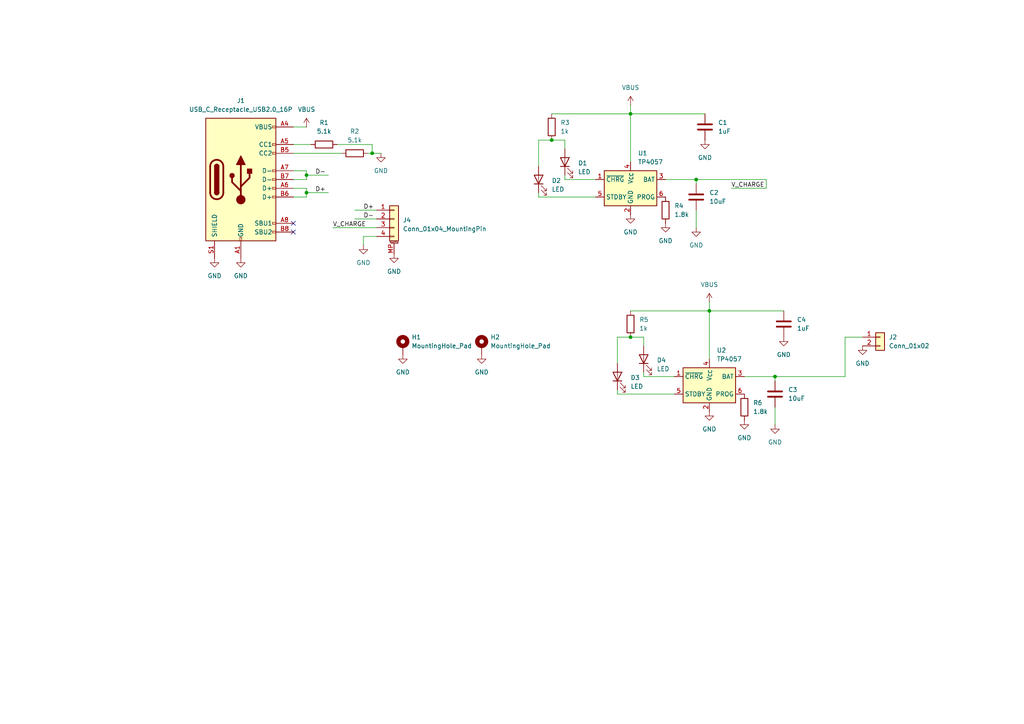
<source format=kicad_sch>
(kicad_sch (version 20250114) (generator "eeschema") (generator_version "9.0")
  (paper "A4")
  (lib_symbols
    (symbol "Battery_Management:TP4057"
      (property "Reference" "U" (at -6.35 6.604 0))
      (property "Value" "TP4057" (at 1.524 6.604 0))
      (symbol "TP4057_0_1"
        (rectangle (start -7.62 5.08) (end 7.62 -5.08) (stroke (width 0.254)) (fill (type background)))
      )
      (symbol "TP4057_1_1"
        (pin open_collector line (at -10.16 2.54 0) (length 2.54) (name "~{CHRG}") (number "1"))
        (pin open_collector line (at -10.16 -2.54 0) (length 2.54) (name "STDBY") (number "5"))
        (pin power_in line (at 0 7.62 270) (length 2.54) (name "V_{CC}") (number "4"))
        (pin power_in line (at 0 -7.62 90) (length 2.54) (name "GND") (number "2"))
        (pin power_out line (at 10.16 2.54 180) (length 2.54) (name "BAT") (number "3"))
        (pin passive line (at 10.16 -2.54 180) (length 2.54) (name "PROG") (number "6"))
      )
    )
    (symbol "Connector:USB_C_Receptacle_USB2.0_16P" (pin_names (offset 1.016))
      (property "Reference" "J" (at 0 22.225 0))
      (property "Value" "USB_C_Receptacle_USB2.0_16P" (at 0 19.685 0))
      (symbol "USB_C_Receptacle_USB2.0_16P_0_0"
        (rectangle (start -0.254 -17.78) (end 0.254 -16.764))
        (rectangle (start 10.16 15.494) (end 9.144 14.986))
        (rectangle (start 10.16 10.414) (end 9.144 9.906))
        (rectangle (start 10.16 7.874) (end 9.144 7.366))
        (rectangle (start 10.16 2.794) (end 9.144 2.286))
        (rectangle (start 10.16 0.254) (end 9.144 -0.254))
        (rectangle (start 10.16 -2.286) (end 9.144 -2.794))
        (rectangle (start 10.16 -4.826) (end 9.144 -5.334))
        (rectangle (start 10.16 -12.446) (end 9.144 -12.954))
        (rectangle (start 10.16 -14.986) (end 9.144 -15.494))
      )
      (symbol "USB_C_Receptacle_USB2.0_16P_0_1"
        (rectangle (start -10.16 17.78) (end 10.16 -17.78) (stroke (width 0.254)) (fill (type background)))
        (polyline (pts (xy -8.89 -3.81) (xy -8.89 3.81)) (stroke (width 0.508)))
        (rectangle (start -7.62 -3.81) (end -6.35 3.81) (stroke (width 0.254)) (fill (type outline)))
        (arc (start -7.62 3.81) (mid -6.985 4.4423) (end -6.35 3.81) (stroke (width 0.254)))
        (arc (start -7.62 3.81) (mid -6.985 4.4423) (end -6.35 3.81) (stroke (width 0.254)) (fill (type outline)))
        (arc (start -8.89 3.81) (mid -6.985 5.7067) (end -5.08 3.81) (stroke (width 0.508)))
        (arc (start -5.08 -3.81) (mid -6.985 -5.7067) (end -8.89 -3.81) (stroke (width 0.508)))
        (arc (start -6.35 -3.81) (mid -6.985 -4.4423) (end -7.62 -3.81) (stroke (width 0.254)))
        (arc (start -6.35 -3.81) (mid -6.985 -4.4423) (end -7.62 -3.81) (stroke (width 0.254)) (fill (type outline)))
        (polyline (pts (xy -5.08 3.81) (xy -5.08 -3.81)) (stroke (width 0.508)))
        (circle (center -2.54 1.143) (radius 0.635) (stroke (width 0.254)) (fill (type outline)))
        (polyline (pts (xy -1.27 4.318) (xy 0 6.858) (xy 1.27 4.318) (xy -1.27 4.318)) (stroke (width 0.254)) (fill (type outline)))
        (polyline (pts (xy 0 -2.032) (xy 2.54 0.508) (xy 2.54 1.778)) (stroke (width 0.508)))
        (polyline (pts (xy 0 -3.302) (xy -2.54 -0.762) (xy -2.54 0.508)) (stroke (width 0.508)))
        (polyline (pts (xy 0 -5.842) (xy 0 4.318)) (stroke (width 0.508)))
        (circle (center 0 -5.842) (radius 1.27) (fill (type outline)))
        (rectangle (start 1.905 1.778) (end 3.175 3.048) (stroke (width 0.254)) (fill (type outline)))
      )
      (symbol "USB_C_Receptacle_USB2.0_16P_1_1"
        (pin passive line (at -7.62 -22.86 90) (length 5.08) (name "SHIELD") (number "S1"))
        (pin passive line (at 0 -22.86 90) (length 5.08) (name "GND") (number "A1"))
        (pin passive line (at 0 -22.86 90) (length 5.08) (hide yes) (name "GND") (number "A12"))
        (pin passive line (at 0 -22.86 90) (length 5.08) (hide yes) (name "GND") (number "B1"))
        (pin passive line (at 0 -22.86 90) (length 5.08) (hide yes) (name "GND") (number "B12"))
        (pin passive line (at 15.24 15.24 180) (length 5.08) (name "VBUS") (number "A4"))
        (pin passive line (at 15.24 15.24 180) (length 5.08) (hide yes) (name "VBUS") (number "A9"))
        (pin passive line (at 15.24 15.24 180) (length 5.08) (hide yes) (name "VBUS") (number "B4"))
        (pin passive line (at 15.24 15.24 180) (length 5.08) (hide yes) (name "VBUS") (number "B9"))
        (pin bidirectional line (at 15.24 10.16 180) (length 5.08) (name "CC1") (number "A5"))
        (pin bidirectional line (at 15.24 7.62 180) (length 5.08) (name "CC2") (number "B5"))
        (pin bidirectional line (at 15.24 2.54 180) (length 5.08) (name "D-") (number "A7"))
        (pin bidirectional line (at 15.24 0 180) (length 5.08) (name "D-") (number "B7"))
        (pin bidirectional line (at 15.24 -2.54 180) (length 5.08) (name "D+") (number "A6"))
        (pin bidirectional line (at 15.24 -5.08 180) (length 5.08) (name "D+") (number "B6"))
        (pin bidirectional line (at 15.24 -12.7 180) (length 5.08) (name "SBU1") (number "A8"))
        (pin bidirectional line (at 15.24 -15.24 180) (length 5.08) (name "SBU2") (number "B8"))
      )
    )
    (symbol "Connector_Generic:Conn_01x02" (pin_names (offset 1.016) (hide yes))
      (property "Reference" "J" (at 0 2.54 0))
      (property "Value" "Conn_01x02" (at 0 -5.08 0))
      (symbol "Conn_01x02_1_1"
        (rectangle (start -1.27 1.27) (end 1.27 -3.81) (stroke (width 0.254)) (fill (type background)))
        (rectangle (start -1.27 0.127) (end 0 -0.127) (stroke (width 0.1524)))
        (rectangle (start -1.27 -2.413) (end 0 -2.667) (stroke (width 0.1524)))
        (pin passive line (at -5.08 0 0) (length 3.81) (name "Pin_1") (number "1"))
        (pin passive line (at -5.08 -2.54 0) (length 3.81) (name "Pin_2") (number "2"))
      )
    )
    (symbol "Connector_Generic_MountingPin:Conn_01x04_MountingPin" (pin_names (offset 1.016) (hide yes))
      (property "Reference" "J" (at 0 5.08 0))
      (property "Value" "Conn_01x04_MountingPin" (at 1.27 -7.62 0))
      (symbol "Conn_01x04_MountingPin_1_1"
        (rectangle (start -1.27 3.81) (end 1.27 -6.35) (stroke (width 0.254)) (fill (type background)))
        (rectangle (start -1.27 2.667) (end 0 2.413) (stroke (width 0.1524)))
        (rectangle (start -1.27 0.127) (end 0 -0.127) (stroke (width 0.1524)))
        (rectangle (start -1.27 -2.413) (end 0 -2.667) (stroke (width 0.1524)))
        (rectangle (start -1.27 -4.953) (end 0 -5.207) (stroke (width 0.1524)))
        (polyline (pts (xy -1.016 -7.112) (xy 1.016 -7.112)) (stroke (width 0.1524)))
        (text "Mounting" (at 0 -6.731 0) (effects (font (size 0.381 0.381))))
        (pin passive line (at -5.08 2.54 0) (length 3.81) (name "Pin_1") (number "1"))
        (pin passive line (at -5.08 0 0) (length 3.81) (name "Pin_2") (number "2"))
        (pin passive line (at -5.08 -2.54 0) (length 3.81) (name "Pin_3") (number "3"))
        (pin passive line (at -5.08 -5.08 0) (length 3.81) (name "Pin_4") (number "4"))
        (pin passive line (at 0 -10.16 90) (length 3.048) (name "MountPin") (number "MP"))
      )
    )
    (symbol "Device:C" (pin_numbers (hide yes)) (pin_names (offset 0.254))
      (property "Reference" "C" (at 0.635 2.54 0))
      (property "Value" "C" (at 0.635 -2.54 0))
      (symbol "C_0_1"
        (polyline (pts (xy -2.032 0.762) (xy 2.032 0.762)) (stroke (width 0.508)))
        (polyline (pts (xy -2.032 -0.762) (xy 2.032 -0.762)) (stroke (width 0.508)))
      )
      (symbol "C_1_1"
        (pin passive line (at 0 3.81 270) (length 2.794) (name "~") (number "1"))
        (pin passive line (at 0 -3.81 90) (length 2.794) (name "~") (number "2"))
      )
    )
    (symbol "Device:LED" (pin_numbers (hide yes)) (pin_names (offset 1.016) (hide yes))
      (property "Reference" "D" (at 0 2.54 0))
      (property "Value" "LED" (at 0 -2.54 0))
      (symbol "LED_0_1"
        (polyline (pts (xy -3.048 -0.762) (xy -4.572 -2.286) (xy -3.81 -2.286) (xy -4.572 -2.286) (xy -4.572 -1.524)))
        (polyline (pts (xy -1.778 -0.762) (xy -3.302 -2.286) (xy -2.54 -2.286) (xy -3.302 -2.286) (xy -3.302 -1.524)))
        (polyline (pts (xy -1.27 0) (xy 1.27 0)))
        (polyline (pts (xy -1.27 -1.27) (xy -1.27 1.27)) (stroke (width 0.254)))
        (polyline (pts (xy 1.27 -1.27) (xy 1.27 1.27) (xy -1.27 0) (xy 1.27 -1.27)) (stroke (width 0.254)))
      )
      (symbol "LED_1_1"
        (pin passive line (at -3.81 0 0) (length 2.54) (name "K") (number "1"))
        (pin passive line (at 3.81 0 180) (length 2.54) (name "A") (number "2"))
      )
    )
    (symbol "Device:R" (pin_numbers (hide yes)) (pin_names (offset 0))
      (property "Reference" "R" (at 2.032 0 90))
      (property "Value" "R" (at 0 0 90))
      (symbol "R_0_1"
        (rectangle (start -1.016 -2.54) (end 1.016 2.54) (stroke (width 0.254)))
      )
      (symbol "R_1_1"
        (pin passive line (at 0 3.81 270) (length 1.27) (name "~") (number "1"))
        (pin passive line (at 0 -3.81 90) (length 1.27) (name "~") (number "2"))
      )
    )
    (symbol "Mechanical:MountingHole_Pad" (pin_numbers (hide yes)) (pin_names (offset 1.016) (hide yes)) (in_bom no)
      (property "Reference" "H" (at 0 6.35 0))
      (property "Value" "MountingHole_Pad" (at 0 4.445 0))
      (symbol "MountingHole_Pad_0_1"
        (circle (center 0 1.27) (radius 1.27) (stroke (width 1.27)))
      )
      (symbol "MountingHole_Pad_1_1"
        (pin input line (at 0 -2.54 90) (length 2.54) (name "1") (number "1"))
      )
    )
    (symbol "power:GND" (power) (pin_numbers (hide yes)) (pin_names (offset 0) (hide yes))
      (property "Value" "GND" (at 0 -3.81 0))
      (symbol "GND_0_1"
        (polyline (pts (xy 0 0) (xy 0 -1.27) (xy 1.27 -1.27) (xy 0 -2.54) (xy -1.27 -1.27) (xy 0 -1.27)))
      )
      (symbol "GND_1_1"
        (pin power_in line (at 0 0 270) (length 0) (name "~") (number "1"))
      )
    )
    (symbol "power:VBUS" (power) (pin_numbers (hide yes)) (pin_names (offset 0) (hide yes))
      (property "Value" "VBUS" (at 0 3.556 0))
      (symbol "VBUS_0_1"
        (polyline (pts (xy -0.762 1.27) (xy 0 2.54)))
        (polyline (pts (xy 0 2.54) (xy 0.762 1.27)))
        (polyline (pts (xy 0 0) (xy 0 2.54)))
      )
      (symbol "VBUS_1_1"
        (pin power_in line (at 0 0 90) (length 0) (name "~") (number "1"))
      )
    )
  )
  (junction (at 205.74 90.17))
  (junction (at 88.9 55.88))
  (junction (at 88.9 50.8))
  (junction (at 182.88 97.79))
  (junction (at 107.95 44.45))
  (junction (at 182.88 33.02))
  (junction (at 224.79 109.22))
  (junction (at 201.93 52.07))
  (junction (at 160.02 40.64))
  (no_connect (at 85.09 64.77))
  (no_connect (at 85.09 67.31))
  (wire (pts (xy 156.21 57.15) (xy 156.21 55.88)))
  (wire (pts (xy 205.74 104.14) (xy 205.74 90.17)))
  (wire (pts (xy 182.88 97.79) (xy 186.69 97.79)))
  (wire (pts (xy 88.9 55.88) (xy 88.9 57.15)))
  (wire (pts (xy 172.72 52.07) (xy 163.83 52.07)))
  (wire (pts (xy 88.9 57.15) (xy 85.09 57.15)))
  (wire (pts (xy 201.93 52.07) (xy 222.25 52.07)))
  (wire (pts (xy 163.83 52.07) (xy 163.83 50.8)))
  (wire (pts (xy 179.07 114.3) (xy 179.07 113.03)))
  (wire (pts (xy 156.21 48.26) (xy 156.21 40.64)))
  (wire (pts (xy 201.93 52.07) (xy 201.93 53.34)))
  (wire (pts (xy 163.83 43.18) (xy 163.83 40.64)))
  (wire (pts (xy 88.9 52.07) (xy 85.09 52.07)))
  (wire (pts (xy 186.69 109.22) (xy 186.69 107.95)))
  (wire (pts (xy 96.52 66.04) (xy 109.22 66.04)))
  (wire (pts (xy 250.19 97.79) (xy 245.11 97.79)))
  (wire (pts (xy 88.9 50.8) (xy 88.9 52.07)))
  (wire (pts (xy 107.95 44.45) (xy 110.49 44.45)))
  (wire (pts (xy 224.79 109.22) (xy 224.79 110.49)))
  (wire (pts (xy 156.21 40.64) (xy 160.02 40.64)))
  (wire (pts (xy 160.02 33.02) (xy 182.88 33.02)))
  (wire (pts (xy 107.95 41.91) (xy 107.95 44.45)))
  (wire (pts (xy 182.88 33.02) (xy 204.47 33.02)))
  (wire (pts (xy 224.79 109.22) (xy 245.11 109.22)))
  (wire (pts (xy 85.09 49.53) (xy 88.9 49.53)))
  (wire (pts (xy 179.07 105.41) (xy 179.07 97.79)))
  (wire (pts (xy 109.22 68.58) (xy 105.41 68.58)))
  (wire (pts (xy 85.09 36.83) (xy 88.9 36.83)))
  (wire (pts (xy 182.88 46.99) (xy 182.88 33.02)))
  (wire (pts (xy 106.68 44.45) (xy 107.95 44.45)))
  (wire (pts (xy 156.21 57.15) (xy 172.72 57.15)))
  (wire (pts (xy 222.25 52.07) (xy 222.25 54.61)))
  (wire (pts (xy 179.07 97.79) (xy 182.88 97.79)))
  (wire (pts (xy 201.93 66.04) (xy 201.93 60.96)))
  (wire (pts (xy 182.88 90.17) (xy 205.74 90.17)))
  (wire (pts (xy 215.9 109.22) (xy 224.79 109.22)))
  (wire (pts (xy 224.79 123.19) (xy 224.79 118.11)))
  (wire (pts (xy 212.09 54.61) (xy 222.25 54.61)))
  (wire (pts (xy 205.74 90.17) (xy 227.33 90.17)))
  (wire (pts (xy 186.69 100.33) (xy 186.69 97.79)))
  (wire (pts (xy 85.09 54.61) (xy 88.9 54.61)))
  (wire (pts (xy 193.04 52.07) (xy 201.93 52.07)))
  (wire (pts (xy 160.02 40.64) (xy 163.83 40.64)))
  (wire (pts (xy 205.74 87.63) (xy 205.74 90.17)))
  (wire (pts (xy 102.87 63.5) (xy 109.22 63.5)))
  (wire (pts (xy 88.9 54.61) (xy 88.9 55.88)))
  (wire (pts (xy 179.07 114.3) (xy 195.58 114.3)))
  (wire (pts (xy 88.9 49.53) (xy 88.9 50.8)))
  (wire (pts (xy 88.9 50.8) (xy 95.25 50.8)))
  (wire (pts (xy 88.9 55.88) (xy 95.25 55.88)))
  (wire (pts (xy 195.58 109.22) (xy 186.69 109.22)))
  (wire (pts (xy 85.09 44.45) (xy 99.06 44.45)))
  (wire (pts (xy 182.88 30.48) (xy 182.88 33.02)))
  (wire (pts (xy 85.09 41.91) (xy 90.17 41.91)))
  (wire (pts (xy 97.79 41.91) (xy 107.95 41.91)))
  (wire (pts (xy 245.11 97.79) (xy 245.11 109.22)))
  (wire (pts (xy 102.87 60.96) (xy 109.22 60.96)))
  (wire (pts (xy 105.41 68.58) (xy 105.41 71.12)))
  (label "D-" (at 91.44 50.8 0))
  (label "V_CHARGE" (at 212.09 54.61 0))
  (label "D-" (at 105.41 63.5 0))
  (label "D+" (at 91.44 55.88 0))
  (label "V_CHARGE" (at 96.52 66.04 0))
  (label "D+" (at 105.41 60.96 0))
  (symbol (lib_id "power:GND") (at 227.33 97.79 0) (unit 1)
    (property "Reference" "#PWR018" (effects (hide yes)))
    (property "Value" "GND" (at 227.33 102.87 0))
    (property "Description" "Power symbol creates a global label with name \"GND\" , ground" (effects (hide yes)))
  )
  (symbol (lib_id "Device:LED") (at 163.83 46.99 90) (unit 1)
    (property "Reference" "D1" (at 167.64 47.3074 90) (effects (justify right)))
    (property "Value" "LED" (at 167.64 49.8474 90) (effects (justify right)))
    (property "Footprint" "LED_SMD:LED_0603_1608Metric" (effects (hide yes)))
    (property "Description" "Light emitting diode" (effects (hide yes)))
    (property "Sim.Pins" "1=K 2=A" (effects (hide yes)))
  )
  (symbol (lib_id "power:GND") (at 114.3 73.66 0) (unit 1)
    (property "Reference" "#PWR05" (effects (hide yes)))
    (property "Value" "GND" (at 114.3 78.74 0))
    (property "Description" "Power symbol creates a global label with name \"GND\" , ground" (effects (hide yes)))
  )
  (symbol (lib_id "power:GND") (at 201.93 66.04 0) (unit 1)
    (property "Reference" "#PWR010" (effects (hide yes)))
    (property "Value" "GND" (at 201.93 71.12 0))
    (property "Description" "Power symbol creates a global label with name \"GND\" , ground" (effects (hide yes)))
  )
  (symbol (lib_id "Connector_Generic:Conn_01x02") (at 255.27 97.79 0) (unit 1)
    (property "Reference" "J2" (at 257.81 97.7899 0) (effects (justify left)))
    (property "Value" "Conn_01x02" (at 257.81 100.3299 0) (effects (justify left)))
    (property "Footprint" "Connector_JST:JST_PH_S2B-PH-K_1x02_P2.00mm_Horizontal" (effects (hide yes)))
    (property "Description" "Generic connector, single row, 01x02, script generated (kicad-library-utils/schlib/autogen/connector/)" (effects (hide yes)))
  )
  (symbol (lib_id "Battery_Management:TP4057") (at 205.74 111.76 0) (unit 1)
    (property "Reference" "U2" (at 207.8833 101.6 0) (effects (justify left)))
    (property "Value" "TP4057" (at 207.8833 104.14 0) (effects (justify left)))
    (property "Footprint" "Package_TO_SOT_SMD:TSOT-23-6" (effects (hide yes)))
    (property "Datasheet" "http://toppwr.com/uploadfile/file/20230304/640302a47b738.pdf" (effects (hide yes)))
    (property "Description" "Constant-current/constant-voltage linear charger for single cell lithium-ion batteries with 2.9V Trickle Charge, 4.5V to 6.5V VDD, -40 to +85 degree Celsius, TSOT-23-6" (effects (hide yes)))
  )
  (symbol (lib_id "Device:C") (at 224.79 114.3 0) (unit 1)
    (property "Reference" "C3" (at 228.6 113.0299 0) (effects (justify left)))
    (property "Value" "10uF" (at 228.6 115.5699 0) (effects (justify left)))
    (property "Footprint" "Capacitor_SMD:C_0603_1608Metric" (effects (hide yes)))
    (property "Description" "Unpolarized capacitor" (effects (hide yes)))
  )
  (symbol (lib_id "Connector_Generic_MountingPin:Conn_01x04_MountingPin") (at 114.3 63.5 0) (unit 1)
    (property "Reference" "J4" (at 116.84 63.8555 0) (effects (justify left)))
    (property "Value" "Conn_01x04_MountingPin" (at 116.84 66.3955 0) (effects (justify left)))
    (property "Footprint" "Connector_JST:JST_SH_SM04B-SRSS-TB_1x04-1MP_P1.00mm_Horizontal" (effects (hide yes)))
    (property "Description" "Generic connectable mounting pin connector, single row, 01x04, script generated (kicad-library-utils/schlib/autogen/connector/)" (effects (hide yes)))
  )
  (symbol (lib_id "power:GND") (at 105.41 71.12 0) (unit 1)
    (property "Reference" "#PWR06" (effects (hide yes)))
    (property "Value" "GND" (at 105.41 76.2 0))
    (property "Description" "Power symbol creates a global label with name \"GND\" , ground" (effects (hide yes)))
  )
  (symbol (lib_id "Device:R") (at 215.9 118.11 0) (unit 1)
    (property "Reference" "R6" (at 218.44 116.8399 0) (effects (justify left)))
    (property "Value" "1.8k" (at 218.44 119.3799 0) (effects (justify left)))
    (property "Footprint" "Resistor_SMD:R_0603_1608Metric" (effects (hide yes)))
    (property "Description" "Resistor" (effects (hide yes)))
  )
  (symbol (lib_id "Device:C") (at 201.93 57.15 0) (unit 1)
    (property "Reference" "C2" (at 205.74 55.8799 0) (effects (justify left)))
    (property "Value" "10uF" (at 205.74 58.4199 0) (effects (justify left)))
    (property "Footprint" "Capacitor_SMD:C_0603_1608Metric" (effects (hide yes)))
    (property "Description" "Unpolarized capacitor" (effects (hide yes)))
  )
  (symbol (lib_id "power:GND") (at 69.85 74.93 0) (unit 1)
    (property "Reference" "#PWR02" (effects (hide yes)))
    (property "Value" "GND" (at 69.85 80.01 0))
    (property "Description" "Power symbol creates a global label with name \"GND\" , ground" (effects (hide yes)))
  )
  (symbol (lib_id "power:GND") (at 116.84 102.87 0) (unit 1)
    (property "Reference" "#PWR016" (effects (hide yes)))
    (property "Value" "GND" (at 116.84 107.95 0))
    (property "Description" "Power symbol creates a global label with name \"GND\" , ground" (effects (hide yes)))
  )
  (symbol (lib_id "power:GND") (at 205.74 119.38 0) (unit 1)
    (property "Reference" "#PWR014" (effects (hide yes)))
    (property "Value" "GND" (at 205.74 124.46 0))
    (property "Description" "Power symbol creates a global label with name \"GND\" , ground" (effects (hide yes)))
  )
  (symbol (lib_id "Device:R") (at 160.02 36.83 0) (unit 1)
    (property "Reference" "R3" (at 162.56 35.5599 0) (effects (justify left)))
    (property "Value" "1k" (at 162.56 38.0999 0) (effects (justify left)))
    (property "Footprint" "Resistor_SMD:R_0603_1608Metric" (effects (hide yes)))
    (property "Description" "Resistor" (effects (hide yes)))
  )
  (symbol (lib_id "Device:C") (at 227.33 93.98 0) (unit 1)
    (property "Reference" "C4" (at 231.14 92.7099 0) (effects (justify left)))
    (property "Value" "1uF" (at 231.14 95.2499 0) (effects (justify left)))
    (property "Footprint" "Capacitor_SMD:C_0603_1608Metric" (effects (hide yes)))
    (property "Description" "Unpolarized capacitor" (effects (hide yes)))
  )
  (symbol (lib_id "Device:R") (at 93.98 41.91 90) (unit 1)
    (property "Reference" "R1" (at 93.98 35.56 90))
    (property "Value" "5.1k" (at 93.98 38.1 90))
    (property "Footprint" "Resistor_SMD:R_0402_1005Metric" (effects (hide yes)))
    (property "Description" "Resistor" (effects (hide yes)))
  )
  (symbol (lib_id "power:GND") (at 204.47 40.64 0) (unit 1)
    (property "Reference" "#PWR09" (effects (hide yes)))
    (property "Value" "GND" (at 204.47 45.72 0))
    (property "Description" "Power symbol creates a global label with name \"GND\" , ground" (effects (hide yes)))
  )
  (symbol (lib_id "power:GND") (at 224.79 123.19 0) (unit 1)
    (property "Reference" "#PWR017" (effects (hide yes)))
    (property "Value" "GND" (at 224.79 128.27 0))
    (property "Description" "Power symbol creates a global label with name \"GND\" , ground" (effects (hide yes)))
  )
  (symbol (lib_id "Device:R") (at 193.04 60.96 0) (unit 1)
    (property "Reference" "R4" (at 195.58 59.6899 0) (effects (justify left)))
    (property "Value" "1.8k" (at 195.58 62.2299 0) (effects (justify left)))
    (property "Footprint" "Resistor_SMD:R_0603_1608Metric" (effects (hide yes)))
    (property "Description" "Resistor" (effects (hide yes)))
  )
  (symbol (lib_id "power:VBUS") (at 88.9 36.83 0) (unit 1)
    (property "Reference" "#PWR01" (effects (hide yes)))
    (property "Value" "VBUS" (at 88.9 31.75 0))
    (property "Description" "Power symbol creates a global label with name \"VBUS\"" (effects (hide yes)))
  )
  (symbol (lib_id "Device:LED") (at 186.69 104.14 90) (unit 1)
    (property "Reference" "D4" (at 190.5 104.4574 90) (effects (justify right)))
    (property "Value" "LED" (at 190.5 106.9974 90) (effects (justify right)))
    (property "Footprint" "LED_SMD:LED_0603_1608Metric" (effects (hide yes)))
    (property "Description" "Light emitting diode" (effects (hide yes)))
    (property "Sim.Pins" "1=K 2=A" (effects (hide yes)))
  )
  (symbol (lib_id "Battery_Management:TP4057") (at 182.88 54.61 0) (unit 1)
    (property "Reference" "U1" (at 185.0233 44.45 0) (effects (justify left)))
    (property "Value" "TP4057" (at 185.0233 46.99 0) (effects (justify left)))
    (property "Footprint" "Package_TO_SOT_SMD:TSOT-23-6" (effects (hide yes)))
    (property "Datasheet" "http://toppwr.com/uploadfile/file/20230304/640302a47b738.pdf" (effects (hide yes)))
    (property "Description" "Constant-current/constant-voltage linear charger for single cell lithium-ion batteries with 2.9V Trickle Charge, 4.5V to 6.5V VDD, -40 to +85 degree Celsius, TSOT-23-6" (effects (hide yes)))
  )
  (symbol (lib_id "power:VBUS") (at 205.74 87.63 0) (unit 1)
    (property "Reference" "#PWR07" (effects (hide yes)))
    (property "Value" "VBUS" (at 205.74 82.55 0))
    (property "Description" "Power symbol creates a global label with name \"VBUS\"" (effects (hide yes)))
  )
  (symbol (lib_id "Device:R") (at 182.88 93.98 0) (unit 1)
    (property "Reference" "R5" (at 185.42 92.7099 0) (effects (justify left)))
    (property "Value" "1k" (at 185.42 95.2499 0) (effects (justify left)))
    (property "Footprint" "Resistor_SMD:R_0603_1608Metric" (effects (hide yes)))
    (property "Description" "Resistor" (effects (hide yes)))
  )
  (symbol (lib_id "Mechanical:MountingHole_Pad") (at 139.7 100.33 0) (unit 1) (in_bom no)
    (property "Reference" "H2" (at 142.24 97.7899 0) (effects (justify left)))
    (property "Value" "MountingHole_Pad" (at 142.24 100.3299 0) (effects (justify left)))
    (property "Footprint" "MountingHole:MountingHole_2.7mm_M2.5_DIN965_Pad" (effects (hide yes)))
    (property "Description" "Mounting Hole with connection" (effects (hide yes)))
  )
  (symbol (lib_id "power:GND") (at 139.7 102.87 0) (unit 1)
    (property "Reference" "#PWR028" (effects (hide yes)))
    (property "Value" "GND" (at 139.7 107.95 0))
    (property "Description" "Power symbol creates a global label with name \"GND\" , ground" (effects (hide yes)))
  )
  (symbol (lib_id "Device:LED") (at 179.07 109.22 90) (unit 1)
    (property "Reference" "D3" (at 182.88 109.5374 90) (effects (justify right)))
    (property "Value" "LED" (at 182.88 112.0774 90) (effects (justify right)))
    (property "Footprint" "LED_SMD:LED_0603_1608Metric" (effects (hide yes)))
    (property "Description" "Light emitting diode" (effects (hide yes)))
    (property "Sim.Pins" "1=K 2=A" (effects (hide yes)))
  )
  (symbol (lib_id "power:GND") (at 110.49 44.45 0) (unit 1)
    (property "Reference" "#PWR04" (effects (hide yes)))
    (property "Value" "GND" (at 110.49 49.53 0))
    (property "Description" "Power symbol creates a global label with name \"GND\" , ground" (effects (hide yes)))
  )
  (symbol (lib_id "power:GND") (at 193.04 64.77 0) (unit 1)
    (property "Reference" "#PWR011" (effects (hide yes)))
    (property "Value" "GND" (at 193.04 69.85 0))
    (property "Description" "Power symbol creates a global label with name \"GND\" , ground" (effects (hide yes)))
  )
  (symbol (lib_id "power:GND") (at 215.9 121.92 0) (unit 1)
    (property "Reference" "#PWR015" (effects (hide yes)))
    (property "Value" "GND" (at 215.9 127 0))
    (property "Description" "Power symbol creates a global label with name \"GND\" , ground" (effects (hide yes)))
  )
  (symbol (lib_id "Device:LED") (at 156.21 52.07 90) (unit 1)
    (property "Reference" "D2" (at 160.02 52.3874 90) (effects (justify right)))
    (property "Value" "LED" (at 160.02 54.9274 90) (effects (justify right)))
    (property "Footprint" "LED_SMD:LED_0603_1608Metric" (effects (hide yes)))
    (property "Description" "Light emitting diode" (effects (hide yes)))
    (property "Sim.Pins" "1=K 2=A" (effects (hide yes)))
  )
  (symbol (lib_id "Connector:USB_C_Receptacle_USB2.0_16P") (at 69.85 52.07 0) (unit 1)
    (property "Reference" "J1" (at 69.85 29.21 0))
    (property "Value" "USB_C_Receptacle_USB2.0_16P" (at 69.85 31.75 0))
    (property "Footprint" "Connector_USB:USB_C_Receptacle_G-Switch_GT-USB-7010ASV" (effects (hide yes)))
    (property "Datasheet" "https://www.usb.org/sites/default/files/documents/usb_type-c.zip" (effects (hide yes)))
    (property "Description" "USB 2.0-only 16P Type-C Receptacle connector" (effects (hide yes)))
  )
  (symbol (lib_id "power:VBUS") (at 182.88 30.48 0) (unit 1)
    (property "Reference" "#PWR08" (effects (hide yes)))
    (property "Value" "VBUS" (at 182.88 25.4 0))
    (property "Description" "Power symbol creates a global label with name \"VBUS\"" (effects (hide yes)))
  )
  (symbol (lib_id "power:GND") (at 250.19 100.33 0) (unit 1)
    (property "Reference" "#PWR013" (effects (hide yes)))
    (property "Value" "GND" (at 250.19 105.41 0))
    (property "Description" "Power symbol creates a global label with name \"GND\" , ground" (effects (hide yes)))
  )
  (symbol (lib_id "Mechanical:MountingHole_Pad") (at 116.84 100.33 0) (unit 1) (in_bom no)
    (property "Reference" "H1" (at 119.38 97.7899 0) (effects (justify left)))
    (property "Value" "MountingHole_Pad" (at 119.38 100.3299 0) (effects (justify left)))
    (property "Footprint" "MountingHole:MountingHole_2.7mm_M2.5_DIN965_Pad" (effects (hide yes)))
    (property "Description" "Mounting Hole with connection" (effects (hide yes)))
  )
  (symbol (lib_id "power:GND") (at 182.88 62.23 0) (unit 1)
    (property "Reference" "#PWR012" (effects (hide yes)))
    (property "Value" "GND" (at 182.88 67.31 0))
    (property "Description" "Power symbol creates a global label with name \"GND\" , ground" (effects (hide yes)))
  )
  (symbol (lib_id "power:GND") (at 62.23 74.93 0) (unit 1)
    (property "Reference" "#PWR03" (effects (hide yes)))
    (property "Value" "GND" (at 62.23 80.01 0))
    (property "Description" "Power symbol creates a global label with name \"GND\" , ground" (effects (hide yes)))
  )
  (symbol (lib_id "Device:R") (at 102.87 44.45 90) (unit 1)
    (property "Reference" "R2" (at 102.87 38.1 90))
    (property "Value" "5.1k" (at 102.87 40.64 90))
    (property "Footprint" "Resistor_SMD:R_0402_1005Metric" (effects (hide yes)))
    (property "Description" "Resistor" (effects (hide yes)))
  )
  (symbol (lib_id "Device:C") (at 204.47 36.83 0) (unit 1)
    (property "Reference" "C1" (at 208.28 35.5599 0) (effects (justify left)))
    (property "Value" "1uF" (at 208.28 38.0999 0) (effects (justify left)))
    (property "Footprint" "Capacitor_SMD:C_0603_1608Metric" (effects (hide yes)))
    (property "Description" "Unpolarized capacitor" (effects (hide yes)))
  )
)
</source>
